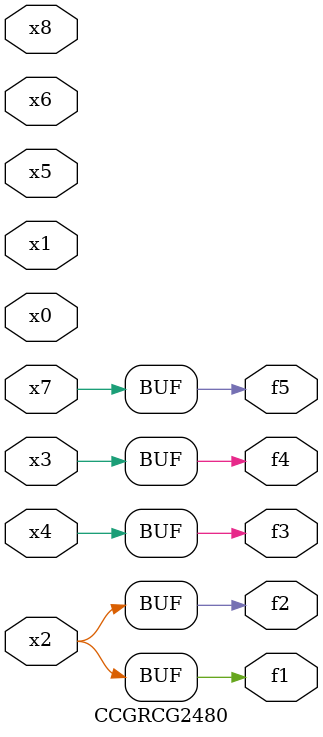
<source format=v>
module CCGRCG2480(
	input x0, x1, x2, x3, x4, x5, x6, x7, x8,
	output f1, f2, f3, f4, f5
);
	assign f1 = x2;
	assign f2 = x2;
	assign f3 = x4;
	assign f4 = x3;
	assign f5 = x7;
endmodule

</source>
